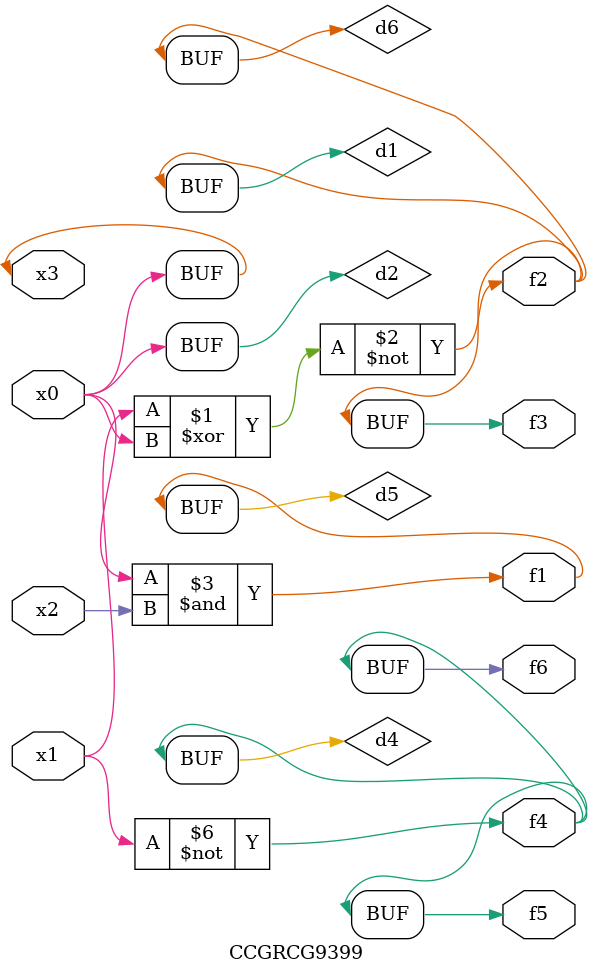
<source format=v>
module CCGRCG9399(
	input x0, x1, x2, x3,
	output f1, f2, f3, f4, f5, f6
);

	wire d1, d2, d3, d4, d5, d6;

	xnor (d1, x1, x3);
	buf (d2, x0, x3);
	nand (d3, x0, x2);
	not (d4, x1);
	nand (d5, d3);
	or (d6, d1);
	assign f1 = d5;
	assign f2 = d6;
	assign f3 = d6;
	assign f4 = d4;
	assign f5 = d4;
	assign f6 = d4;
endmodule

</source>
